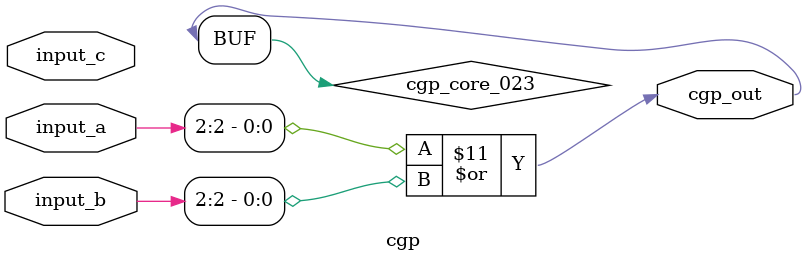
<source format=v>
module cgp(input [2:0] input_a, input [2:0] input_b, input [2:0] input_c, output [0:0] cgp_out);
  wire cgp_core_011;
  wire cgp_core_013;
  wire cgp_core_015;
  wire cgp_core_016;
  wire cgp_core_017;
  wire cgp_core_019_not;
  wire cgp_core_020;
  wire cgp_core_022;
  wire cgp_core_023;
  wire cgp_core_025;
  wire cgp_core_027;
  wire cgp_core_028;
  wire cgp_core_029;
  wire cgp_core_032;
  wire cgp_core_037;
  wire cgp_core_038;
  wire cgp_core_039;
  wire cgp_core_041;
  wire cgp_core_042;

  assign cgp_core_011 = ~(input_a[0] & input_b[1]);
  assign cgp_core_013 = input_c[1] | input_a[1];
  assign cgp_core_015 = input_a[1] & input_a[2];
  assign cgp_core_016 = input_a[1] & input_c[0];
  assign cgp_core_017 = ~(input_a[1] ^ input_c[0]);
  assign cgp_core_019_not = ~input_b[2];
  assign cgp_core_020 = input_a[1] ^ input_a[1];
  assign cgp_core_022 = input_c[0] & input_a[2];
  assign cgp_core_023 = input_a[2] | input_b[2];
  assign cgp_core_025 = ~input_a[1];
  assign cgp_core_027 = ~input_a[2];
  assign cgp_core_028 = ~input_a[1];
  assign cgp_core_029 = ~(input_c[1] ^ input_b[0]);
  assign cgp_core_032 = input_b[1] ^ input_b[2];
  assign cgp_core_037 = ~input_c[2];
  assign cgp_core_038 = input_a[1] ^ input_b[2];
  assign cgp_core_039 = ~(input_a[2] & input_a[0]);
  assign cgp_core_041 = ~input_b[0];
  assign cgp_core_042 = ~input_b[0];

  assign cgp_out[0] = cgp_core_023;
endmodule
</source>
